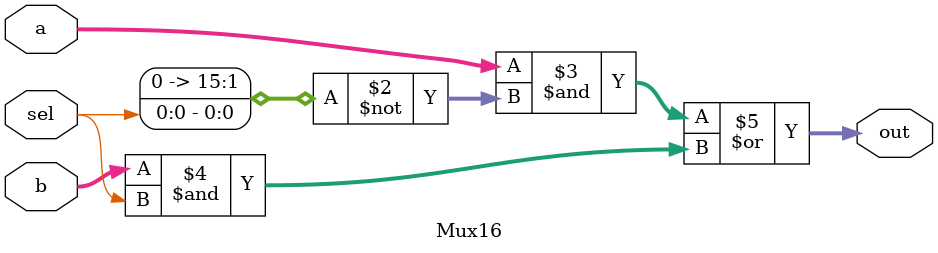
<source format=v>
module Mux16(a,b,sel,out);

    input [15:0] a,b;
    input sel;
    output [15:0] out;

    //assign out = sel ? b : a;
    assign out = (a & ~sel) | (b & sel);

    
endmodule
</source>
